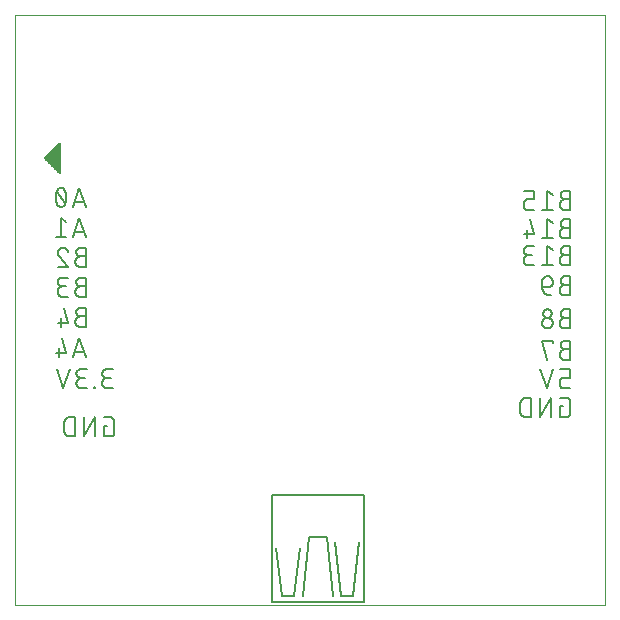
<source format=gbo>
G75*
%MOIN*%
%OFA0B0*%
%FSLAX25Y25*%
%IPPOS*%
%LPD*%
%AMOC8*
5,1,8,0,0,1.08239X$1,22.5*
%
%ADD10C,0.00000*%
%ADD11C,0.00600*%
%ADD12C,0.00500*%
D10*
X0002333Y0006548D02*
X0002333Y0203398D01*
X0199184Y0203398D01*
X0199184Y0006548D01*
X0002333Y0006548D01*
D11*
X0020627Y0062848D02*
X0022405Y0062848D01*
X0022405Y0069248D01*
X0020627Y0069248D01*
X0020545Y0069246D01*
X0020463Y0069240D01*
X0020381Y0069231D01*
X0020300Y0069218D01*
X0020220Y0069201D01*
X0020140Y0069180D01*
X0020062Y0069156D01*
X0019985Y0069128D01*
X0019909Y0069097D01*
X0019834Y0069062D01*
X0019762Y0069023D01*
X0019691Y0068982D01*
X0019622Y0068937D01*
X0019556Y0068889D01*
X0019491Y0068838D01*
X0019429Y0068784D01*
X0019370Y0068727D01*
X0019313Y0068668D01*
X0019259Y0068606D01*
X0019208Y0068541D01*
X0019160Y0068475D01*
X0019115Y0068406D01*
X0019074Y0068335D01*
X0019035Y0068263D01*
X0019000Y0068188D01*
X0018969Y0068112D01*
X0018941Y0068035D01*
X0018917Y0067957D01*
X0018896Y0067877D01*
X0018879Y0067797D01*
X0018866Y0067716D01*
X0018857Y0067634D01*
X0018851Y0067552D01*
X0018849Y0067470D01*
X0018849Y0064626D01*
X0018851Y0064544D01*
X0018857Y0064462D01*
X0018866Y0064380D01*
X0018879Y0064299D01*
X0018896Y0064219D01*
X0018917Y0064139D01*
X0018941Y0064061D01*
X0018969Y0063984D01*
X0019000Y0063908D01*
X0019035Y0063833D01*
X0019074Y0063761D01*
X0019115Y0063690D01*
X0019160Y0063621D01*
X0019208Y0063555D01*
X0019259Y0063490D01*
X0019313Y0063428D01*
X0019370Y0063369D01*
X0019429Y0063312D01*
X0019491Y0063258D01*
X0019556Y0063207D01*
X0019622Y0063159D01*
X0019691Y0063114D01*
X0019762Y0063073D01*
X0019834Y0063034D01*
X0019909Y0062999D01*
X0019985Y0062968D01*
X0020062Y0062940D01*
X0020140Y0062916D01*
X0020220Y0062895D01*
X0020300Y0062878D01*
X0020381Y0062865D01*
X0020463Y0062856D01*
X0020545Y0062850D01*
X0020627Y0062848D01*
X0025413Y0062848D02*
X0025413Y0069248D01*
X0028969Y0069248D02*
X0025413Y0062848D01*
X0028969Y0062848D02*
X0028969Y0069248D01*
X0031978Y0069248D02*
X0034111Y0069248D01*
X0034185Y0069246D01*
X0034260Y0069240D01*
X0034333Y0069230D01*
X0034407Y0069217D01*
X0034479Y0069200D01*
X0034550Y0069178D01*
X0034621Y0069154D01*
X0034689Y0069125D01*
X0034757Y0069093D01*
X0034822Y0069057D01*
X0034885Y0069019D01*
X0034947Y0068976D01*
X0035006Y0068931D01*
X0035063Y0068883D01*
X0035117Y0068832D01*
X0035168Y0068778D01*
X0035216Y0068721D01*
X0035261Y0068662D01*
X0035304Y0068600D01*
X0035342Y0068537D01*
X0035378Y0068472D01*
X0035410Y0068404D01*
X0035439Y0068336D01*
X0035463Y0068265D01*
X0035485Y0068194D01*
X0035502Y0068122D01*
X0035515Y0068048D01*
X0035525Y0067975D01*
X0035531Y0067900D01*
X0035533Y0067826D01*
X0035533Y0064270D01*
X0035531Y0064196D01*
X0035525Y0064121D01*
X0035515Y0064048D01*
X0035502Y0063974D01*
X0035485Y0063902D01*
X0035463Y0063831D01*
X0035439Y0063760D01*
X0035410Y0063692D01*
X0035378Y0063624D01*
X0035342Y0063559D01*
X0035304Y0063496D01*
X0035261Y0063434D01*
X0035216Y0063375D01*
X0035168Y0063318D01*
X0035117Y0063264D01*
X0035063Y0063213D01*
X0035006Y0063165D01*
X0034947Y0063120D01*
X0034885Y0063077D01*
X0034822Y0063039D01*
X0034757Y0063003D01*
X0034689Y0062971D01*
X0034621Y0062942D01*
X0034550Y0062918D01*
X0034479Y0062896D01*
X0034407Y0062879D01*
X0034333Y0062866D01*
X0034260Y0062856D01*
X0034185Y0062850D01*
X0034111Y0062848D01*
X0031978Y0062848D01*
X0031978Y0066404D01*
X0033044Y0066404D01*
X0033256Y0078848D02*
X0035033Y0078848D01*
X0033256Y0078848D02*
X0033173Y0078850D01*
X0033090Y0078856D01*
X0033007Y0078866D01*
X0032924Y0078879D01*
X0032843Y0078897D01*
X0032762Y0078918D01*
X0032683Y0078943D01*
X0032605Y0078972D01*
X0032528Y0079004D01*
X0032453Y0079040D01*
X0032379Y0079079D01*
X0032308Y0079122D01*
X0032238Y0079168D01*
X0032171Y0079218D01*
X0032106Y0079270D01*
X0032044Y0079325D01*
X0031984Y0079384D01*
X0031927Y0079445D01*
X0031873Y0079508D01*
X0031822Y0079574D01*
X0031775Y0079643D01*
X0031730Y0079713D01*
X0031689Y0079786D01*
X0031652Y0079860D01*
X0031617Y0079936D01*
X0031587Y0080014D01*
X0031560Y0080092D01*
X0031537Y0080173D01*
X0031517Y0080254D01*
X0031502Y0080336D01*
X0031490Y0080418D01*
X0031482Y0080501D01*
X0031478Y0080584D01*
X0031478Y0080668D01*
X0031482Y0080751D01*
X0031490Y0080834D01*
X0031502Y0080916D01*
X0031517Y0080998D01*
X0031537Y0081079D01*
X0031560Y0081160D01*
X0031587Y0081238D01*
X0031617Y0081316D01*
X0031652Y0081392D01*
X0031689Y0081466D01*
X0031730Y0081539D01*
X0031775Y0081609D01*
X0031822Y0081678D01*
X0031873Y0081744D01*
X0031927Y0081807D01*
X0031984Y0081868D01*
X0032044Y0081927D01*
X0032106Y0081982D01*
X0032171Y0082034D01*
X0032238Y0082084D01*
X0032308Y0082130D01*
X0032379Y0082173D01*
X0032453Y0082212D01*
X0032528Y0082248D01*
X0032605Y0082280D01*
X0032683Y0082309D01*
X0032762Y0082334D01*
X0032843Y0082355D01*
X0032924Y0082373D01*
X0033007Y0082386D01*
X0033090Y0082396D01*
X0033173Y0082402D01*
X0033256Y0082404D01*
X0032900Y0082404D02*
X0034322Y0082404D01*
X0032900Y0082404D02*
X0032826Y0082406D01*
X0032751Y0082412D01*
X0032678Y0082422D01*
X0032604Y0082435D01*
X0032532Y0082452D01*
X0032461Y0082474D01*
X0032390Y0082498D01*
X0032322Y0082527D01*
X0032254Y0082559D01*
X0032189Y0082595D01*
X0032126Y0082633D01*
X0032064Y0082676D01*
X0032005Y0082721D01*
X0031948Y0082769D01*
X0031894Y0082820D01*
X0031843Y0082874D01*
X0031795Y0082931D01*
X0031750Y0082990D01*
X0031707Y0083052D01*
X0031669Y0083115D01*
X0031633Y0083180D01*
X0031601Y0083248D01*
X0031572Y0083316D01*
X0031548Y0083387D01*
X0031526Y0083458D01*
X0031509Y0083530D01*
X0031496Y0083604D01*
X0031486Y0083677D01*
X0031480Y0083752D01*
X0031478Y0083826D01*
X0031480Y0083900D01*
X0031486Y0083975D01*
X0031496Y0084048D01*
X0031509Y0084122D01*
X0031526Y0084194D01*
X0031548Y0084265D01*
X0031572Y0084336D01*
X0031601Y0084404D01*
X0031633Y0084472D01*
X0031669Y0084537D01*
X0031707Y0084600D01*
X0031750Y0084662D01*
X0031795Y0084721D01*
X0031843Y0084778D01*
X0031894Y0084832D01*
X0031948Y0084883D01*
X0032005Y0084931D01*
X0032064Y0084976D01*
X0032126Y0085019D01*
X0032189Y0085057D01*
X0032254Y0085093D01*
X0032322Y0085125D01*
X0032390Y0085154D01*
X0032461Y0085178D01*
X0032532Y0085200D01*
X0032604Y0085217D01*
X0032678Y0085230D01*
X0032751Y0085240D01*
X0032826Y0085246D01*
X0032900Y0085248D01*
X0035033Y0085248D01*
X0029126Y0079204D02*
X0028770Y0079204D01*
X0028770Y0078848D01*
X0029126Y0078848D01*
X0029126Y0079204D01*
X0026418Y0078848D02*
X0024640Y0078848D01*
X0024557Y0078850D01*
X0024474Y0078856D01*
X0024391Y0078866D01*
X0024308Y0078879D01*
X0024227Y0078897D01*
X0024146Y0078918D01*
X0024067Y0078943D01*
X0023989Y0078972D01*
X0023912Y0079004D01*
X0023837Y0079040D01*
X0023763Y0079079D01*
X0023692Y0079122D01*
X0023622Y0079168D01*
X0023555Y0079218D01*
X0023490Y0079270D01*
X0023428Y0079325D01*
X0023368Y0079384D01*
X0023311Y0079445D01*
X0023257Y0079508D01*
X0023206Y0079574D01*
X0023159Y0079643D01*
X0023114Y0079713D01*
X0023073Y0079786D01*
X0023036Y0079860D01*
X0023001Y0079936D01*
X0022971Y0080014D01*
X0022944Y0080092D01*
X0022921Y0080173D01*
X0022901Y0080254D01*
X0022886Y0080336D01*
X0022874Y0080418D01*
X0022866Y0080501D01*
X0022862Y0080584D01*
X0022862Y0080668D01*
X0022866Y0080751D01*
X0022874Y0080834D01*
X0022886Y0080916D01*
X0022901Y0080998D01*
X0022921Y0081079D01*
X0022944Y0081160D01*
X0022971Y0081238D01*
X0023001Y0081316D01*
X0023036Y0081392D01*
X0023073Y0081466D01*
X0023114Y0081539D01*
X0023159Y0081609D01*
X0023206Y0081678D01*
X0023257Y0081744D01*
X0023311Y0081807D01*
X0023368Y0081868D01*
X0023428Y0081927D01*
X0023490Y0081982D01*
X0023555Y0082034D01*
X0023622Y0082084D01*
X0023692Y0082130D01*
X0023763Y0082173D01*
X0023837Y0082212D01*
X0023912Y0082248D01*
X0023989Y0082280D01*
X0024067Y0082309D01*
X0024146Y0082334D01*
X0024227Y0082355D01*
X0024308Y0082373D01*
X0024391Y0082386D01*
X0024474Y0082396D01*
X0024557Y0082402D01*
X0024640Y0082404D01*
X0024284Y0082404D02*
X0025707Y0082404D01*
X0024284Y0082404D02*
X0024210Y0082406D01*
X0024135Y0082412D01*
X0024062Y0082422D01*
X0023988Y0082435D01*
X0023916Y0082452D01*
X0023845Y0082474D01*
X0023774Y0082498D01*
X0023706Y0082527D01*
X0023638Y0082559D01*
X0023573Y0082595D01*
X0023510Y0082633D01*
X0023448Y0082676D01*
X0023389Y0082721D01*
X0023332Y0082769D01*
X0023278Y0082820D01*
X0023227Y0082874D01*
X0023179Y0082931D01*
X0023134Y0082990D01*
X0023091Y0083052D01*
X0023053Y0083115D01*
X0023017Y0083180D01*
X0022985Y0083248D01*
X0022956Y0083316D01*
X0022932Y0083387D01*
X0022910Y0083458D01*
X0022893Y0083530D01*
X0022880Y0083604D01*
X0022870Y0083677D01*
X0022864Y0083752D01*
X0022862Y0083826D01*
X0022864Y0083900D01*
X0022870Y0083975D01*
X0022880Y0084048D01*
X0022893Y0084122D01*
X0022910Y0084194D01*
X0022932Y0084265D01*
X0022956Y0084336D01*
X0022985Y0084404D01*
X0023017Y0084472D01*
X0023053Y0084537D01*
X0023091Y0084600D01*
X0023134Y0084662D01*
X0023179Y0084721D01*
X0023227Y0084778D01*
X0023278Y0084832D01*
X0023332Y0084883D01*
X0023389Y0084931D01*
X0023448Y0084976D01*
X0023510Y0085019D01*
X0023573Y0085057D01*
X0023638Y0085093D01*
X0023706Y0085125D01*
X0023774Y0085154D01*
X0023845Y0085178D01*
X0023916Y0085200D01*
X0023988Y0085217D01*
X0024062Y0085230D01*
X0024135Y0085240D01*
X0024210Y0085246D01*
X0024284Y0085248D01*
X0026418Y0085248D01*
X0026033Y0089348D02*
X0023900Y0095748D01*
X0021767Y0089348D01*
X0022300Y0090948D02*
X0025500Y0090948D01*
X0019524Y0090770D02*
X0015968Y0090770D01*
X0017035Y0092192D02*
X0017035Y0089348D01*
X0019524Y0090770D02*
X0018102Y0095748D01*
X0017679Y0099348D02*
X0017679Y0102192D01*
X0016612Y0100770D02*
X0020167Y0100770D01*
X0018745Y0105748D01*
X0018390Y0109348D02*
X0020167Y0109348D01*
X0018390Y0109348D02*
X0018307Y0109350D01*
X0018224Y0109356D01*
X0018141Y0109366D01*
X0018058Y0109379D01*
X0017977Y0109397D01*
X0017896Y0109418D01*
X0017817Y0109443D01*
X0017739Y0109472D01*
X0017662Y0109504D01*
X0017587Y0109540D01*
X0017513Y0109579D01*
X0017442Y0109622D01*
X0017372Y0109668D01*
X0017305Y0109718D01*
X0017240Y0109770D01*
X0017178Y0109825D01*
X0017118Y0109884D01*
X0017061Y0109945D01*
X0017007Y0110008D01*
X0016956Y0110074D01*
X0016909Y0110143D01*
X0016864Y0110213D01*
X0016823Y0110286D01*
X0016786Y0110360D01*
X0016751Y0110436D01*
X0016721Y0110514D01*
X0016694Y0110592D01*
X0016671Y0110673D01*
X0016651Y0110754D01*
X0016636Y0110836D01*
X0016624Y0110918D01*
X0016616Y0111001D01*
X0016612Y0111084D01*
X0016612Y0111168D01*
X0016616Y0111251D01*
X0016624Y0111334D01*
X0016636Y0111416D01*
X0016651Y0111498D01*
X0016671Y0111579D01*
X0016694Y0111660D01*
X0016721Y0111738D01*
X0016751Y0111816D01*
X0016786Y0111892D01*
X0016823Y0111966D01*
X0016864Y0112039D01*
X0016909Y0112109D01*
X0016956Y0112178D01*
X0017007Y0112244D01*
X0017061Y0112307D01*
X0017118Y0112368D01*
X0017178Y0112427D01*
X0017240Y0112482D01*
X0017305Y0112534D01*
X0017372Y0112584D01*
X0017442Y0112630D01*
X0017513Y0112673D01*
X0017587Y0112712D01*
X0017662Y0112748D01*
X0017739Y0112780D01*
X0017817Y0112809D01*
X0017896Y0112834D01*
X0017977Y0112855D01*
X0018058Y0112873D01*
X0018141Y0112886D01*
X0018224Y0112896D01*
X0018307Y0112902D01*
X0018390Y0112904D01*
X0018034Y0112904D02*
X0019456Y0112904D01*
X0018034Y0112904D02*
X0017960Y0112906D01*
X0017885Y0112912D01*
X0017812Y0112922D01*
X0017738Y0112935D01*
X0017666Y0112952D01*
X0017595Y0112974D01*
X0017524Y0112998D01*
X0017456Y0113027D01*
X0017388Y0113059D01*
X0017323Y0113095D01*
X0017260Y0113133D01*
X0017198Y0113176D01*
X0017139Y0113221D01*
X0017082Y0113269D01*
X0017028Y0113320D01*
X0016977Y0113374D01*
X0016929Y0113431D01*
X0016884Y0113490D01*
X0016841Y0113552D01*
X0016803Y0113615D01*
X0016767Y0113680D01*
X0016735Y0113748D01*
X0016706Y0113816D01*
X0016682Y0113887D01*
X0016660Y0113958D01*
X0016643Y0114030D01*
X0016630Y0114104D01*
X0016620Y0114177D01*
X0016614Y0114252D01*
X0016612Y0114326D01*
X0016614Y0114400D01*
X0016620Y0114475D01*
X0016630Y0114548D01*
X0016643Y0114622D01*
X0016660Y0114694D01*
X0016682Y0114765D01*
X0016706Y0114836D01*
X0016735Y0114904D01*
X0016767Y0114972D01*
X0016803Y0115037D01*
X0016841Y0115100D01*
X0016884Y0115162D01*
X0016929Y0115221D01*
X0016977Y0115278D01*
X0017028Y0115332D01*
X0017082Y0115383D01*
X0017139Y0115431D01*
X0017198Y0115476D01*
X0017260Y0115519D01*
X0017323Y0115557D01*
X0017388Y0115593D01*
X0017456Y0115625D01*
X0017524Y0115654D01*
X0017595Y0115678D01*
X0017666Y0115700D01*
X0017738Y0115717D01*
X0017812Y0115730D01*
X0017885Y0115740D01*
X0017960Y0115746D01*
X0018034Y0115748D01*
X0020167Y0115748D01*
X0020167Y0119348D02*
X0016612Y0119348D01*
X0020167Y0119348D02*
X0017145Y0122904D01*
X0018212Y0125748D02*
X0018301Y0125746D01*
X0018390Y0125740D01*
X0018479Y0125731D01*
X0018567Y0125717D01*
X0018654Y0125700D01*
X0018741Y0125679D01*
X0018827Y0125654D01*
X0018911Y0125626D01*
X0018994Y0125593D01*
X0019076Y0125558D01*
X0019156Y0125518D01*
X0019234Y0125476D01*
X0019311Y0125430D01*
X0019385Y0125381D01*
X0019457Y0125328D01*
X0019527Y0125273D01*
X0019594Y0125214D01*
X0019659Y0125153D01*
X0019721Y0125089D01*
X0019780Y0125022D01*
X0019836Y0124953D01*
X0019889Y0124881D01*
X0019939Y0124807D01*
X0019986Y0124731D01*
X0020029Y0124654D01*
X0020069Y0124574D01*
X0020106Y0124492D01*
X0020139Y0124410D01*
X0020168Y0124325D01*
X0017144Y0122903D02*
X0017087Y0122961D01*
X0017031Y0123022D01*
X0016979Y0123085D01*
X0016930Y0123150D01*
X0016884Y0123218D01*
X0016842Y0123288D01*
X0016802Y0123360D01*
X0016767Y0123433D01*
X0016734Y0123509D01*
X0016706Y0123585D01*
X0016681Y0123663D01*
X0016660Y0123742D01*
X0016642Y0123822D01*
X0016629Y0123903D01*
X0016619Y0123984D01*
X0016613Y0124066D01*
X0016611Y0124148D01*
X0016612Y0124148D02*
X0016614Y0124227D01*
X0016620Y0124305D01*
X0016629Y0124383D01*
X0016643Y0124460D01*
X0016660Y0124537D01*
X0016681Y0124612D01*
X0016706Y0124687D01*
X0016734Y0124760D01*
X0016766Y0124832D01*
X0016801Y0124902D01*
X0016840Y0124971D01*
X0016882Y0125037D01*
X0016927Y0125101D01*
X0016975Y0125163D01*
X0017026Y0125222D01*
X0017081Y0125279D01*
X0017138Y0125334D01*
X0017197Y0125385D01*
X0017259Y0125433D01*
X0017323Y0125478D01*
X0017389Y0125520D01*
X0017458Y0125559D01*
X0017528Y0125594D01*
X0017600Y0125626D01*
X0017673Y0125654D01*
X0017748Y0125679D01*
X0017823Y0125700D01*
X0017900Y0125717D01*
X0017977Y0125731D01*
X0018055Y0125740D01*
X0018133Y0125746D01*
X0018212Y0125748D01*
X0017746Y0129348D02*
X0017746Y0135748D01*
X0019524Y0134326D01*
X0022300Y0130948D02*
X0025500Y0130948D01*
X0026033Y0129348D02*
X0023900Y0135748D01*
X0021767Y0129348D01*
X0019524Y0129348D02*
X0015968Y0129348D01*
X0024256Y0125748D02*
X0026033Y0125748D01*
X0026033Y0119348D01*
X0024256Y0119348D01*
X0024173Y0119350D01*
X0024090Y0119356D01*
X0024007Y0119366D01*
X0023924Y0119379D01*
X0023843Y0119397D01*
X0023762Y0119418D01*
X0023683Y0119443D01*
X0023605Y0119472D01*
X0023528Y0119504D01*
X0023453Y0119540D01*
X0023379Y0119579D01*
X0023308Y0119622D01*
X0023238Y0119668D01*
X0023171Y0119718D01*
X0023106Y0119770D01*
X0023044Y0119825D01*
X0022984Y0119884D01*
X0022927Y0119945D01*
X0022873Y0120008D01*
X0022822Y0120074D01*
X0022775Y0120143D01*
X0022730Y0120213D01*
X0022689Y0120286D01*
X0022652Y0120360D01*
X0022617Y0120436D01*
X0022587Y0120514D01*
X0022560Y0120592D01*
X0022537Y0120673D01*
X0022517Y0120754D01*
X0022502Y0120836D01*
X0022490Y0120918D01*
X0022482Y0121001D01*
X0022478Y0121084D01*
X0022478Y0121168D01*
X0022482Y0121251D01*
X0022490Y0121334D01*
X0022502Y0121416D01*
X0022517Y0121498D01*
X0022537Y0121579D01*
X0022560Y0121660D01*
X0022587Y0121738D01*
X0022617Y0121816D01*
X0022652Y0121892D01*
X0022689Y0121966D01*
X0022730Y0122039D01*
X0022775Y0122109D01*
X0022822Y0122178D01*
X0022873Y0122244D01*
X0022927Y0122307D01*
X0022984Y0122368D01*
X0023044Y0122427D01*
X0023106Y0122482D01*
X0023171Y0122534D01*
X0023238Y0122584D01*
X0023308Y0122630D01*
X0023379Y0122673D01*
X0023453Y0122712D01*
X0023528Y0122748D01*
X0023605Y0122780D01*
X0023683Y0122809D01*
X0023762Y0122834D01*
X0023843Y0122855D01*
X0023924Y0122873D01*
X0024007Y0122886D01*
X0024090Y0122896D01*
X0024173Y0122902D01*
X0024256Y0122904D01*
X0026033Y0122904D01*
X0024256Y0122904D02*
X0024182Y0122906D01*
X0024107Y0122912D01*
X0024034Y0122922D01*
X0023960Y0122935D01*
X0023888Y0122952D01*
X0023817Y0122974D01*
X0023746Y0122998D01*
X0023678Y0123027D01*
X0023610Y0123059D01*
X0023545Y0123095D01*
X0023482Y0123133D01*
X0023420Y0123176D01*
X0023361Y0123221D01*
X0023304Y0123269D01*
X0023250Y0123320D01*
X0023199Y0123374D01*
X0023151Y0123431D01*
X0023106Y0123490D01*
X0023063Y0123552D01*
X0023025Y0123615D01*
X0022989Y0123680D01*
X0022957Y0123748D01*
X0022928Y0123816D01*
X0022904Y0123887D01*
X0022882Y0123958D01*
X0022865Y0124030D01*
X0022852Y0124104D01*
X0022842Y0124177D01*
X0022836Y0124252D01*
X0022834Y0124326D01*
X0022836Y0124400D01*
X0022842Y0124475D01*
X0022852Y0124548D01*
X0022865Y0124622D01*
X0022882Y0124694D01*
X0022904Y0124765D01*
X0022928Y0124836D01*
X0022957Y0124904D01*
X0022989Y0124972D01*
X0023025Y0125037D01*
X0023063Y0125100D01*
X0023106Y0125162D01*
X0023151Y0125221D01*
X0023199Y0125278D01*
X0023250Y0125332D01*
X0023304Y0125383D01*
X0023361Y0125431D01*
X0023420Y0125476D01*
X0023482Y0125519D01*
X0023545Y0125557D01*
X0023610Y0125593D01*
X0023678Y0125625D01*
X0023746Y0125654D01*
X0023817Y0125678D01*
X0023888Y0125700D01*
X0023960Y0125717D01*
X0024034Y0125730D01*
X0024107Y0125740D01*
X0024182Y0125746D01*
X0024256Y0125748D01*
X0024256Y0115748D02*
X0026033Y0115748D01*
X0026033Y0109348D01*
X0024256Y0109348D01*
X0024173Y0109350D01*
X0024090Y0109356D01*
X0024007Y0109366D01*
X0023924Y0109379D01*
X0023843Y0109397D01*
X0023762Y0109418D01*
X0023683Y0109443D01*
X0023605Y0109472D01*
X0023528Y0109504D01*
X0023453Y0109540D01*
X0023379Y0109579D01*
X0023308Y0109622D01*
X0023238Y0109668D01*
X0023171Y0109718D01*
X0023106Y0109770D01*
X0023044Y0109825D01*
X0022984Y0109884D01*
X0022927Y0109945D01*
X0022873Y0110008D01*
X0022822Y0110074D01*
X0022775Y0110143D01*
X0022730Y0110213D01*
X0022689Y0110286D01*
X0022652Y0110360D01*
X0022617Y0110436D01*
X0022587Y0110514D01*
X0022560Y0110592D01*
X0022537Y0110673D01*
X0022517Y0110754D01*
X0022502Y0110836D01*
X0022490Y0110918D01*
X0022482Y0111001D01*
X0022478Y0111084D01*
X0022478Y0111168D01*
X0022482Y0111251D01*
X0022490Y0111334D01*
X0022502Y0111416D01*
X0022517Y0111498D01*
X0022537Y0111579D01*
X0022560Y0111660D01*
X0022587Y0111738D01*
X0022617Y0111816D01*
X0022652Y0111892D01*
X0022689Y0111966D01*
X0022730Y0112039D01*
X0022775Y0112109D01*
X0022822Y0112178D01*
X0022873Y0112244D01*
X0022927Y0112307D01*
X0022984Y0112368D01*
X0023044Y0112427D01*
X0023106Y0112482D01*
X0023171Y0112534D01*
X0023238Y0112584D01*
X0023308Y0112630D01*
X0023379Y0112673D01*
X0023453Y0112712D01*
X0023528Y0112748D01*
X0023605Y0112780D01*
X0023683Y0112809D01*
X0023762Y0112834D01*
X0023843Y0112855D01*
X0023924Y0112873D01*
X0024007Y0112886D01*
X0024090Y0112896D01*
X0024173Y0112902D01*
X0024256Y0112904D01*
X0026033Y0112904D01*
X0024256Y0112904D02*
X0024182Y0112906D01*
X0024107Y0112912D01*
X0024034Y0112922D01*
X0023960Y0112935D01*
X0023888Y0112952D01*
X0023817Y0112974D01*
X0023746Y0112998D01*
X0023678Y0113027D01*
X0023610Y0113059D01*
X0023545Y0113095D01*
X0023482Y0113133D01*
X0023420Y0113176D01*
X0023361Y0113221D01*
X0023304Y0113269D01*
X0023250Y0113320D01*
X0023199Y0113374D01*
X0023151Y0113431D01*
X0023106Y0113490D01*
X0023063Y0113552D01*
X0023025Y0113615D01*
X0022989Y0113680D01*
X0022957Y0113748D01*
X0022928Y0113816D01*
X0022904Y0113887D01*
X0022882Y0113958D01*
X0022865Y0114030D01*
X0022852Y0114104D01*
X0022842Y0114177D01*
X0022836Y0114252D01*
X0022834Y0114326D01*
X0022836Y0114400D01*
X0022842Y0114475D01*
X0022852Y0114548D01*
X0022865Y0114622D01*
X0022882Y0114694D01*
X0022904Y0114765D01*
X0022928Y0114836D01*
X0022957Y0114904D01*
X0022989Y0114972D01*
X0023025Y0115037D01*
X0023063Y0115100D01*
X0023106Y0115162D01*
X0023151Y0115221D01*
X0023199Y0115278D01*
X0023250Y0115332D01*
X0023304Y0115383D01*
X0023361Y0115431D01*
X0023420Y0115476D01*
X0023482Y0115519D01*
X0023545Y0115557D01*
X0023610Y0115593D01*
X0023678Y0115625D01*
X0023746Y0115654D01*
X0023817Y0115678D01*
X0023888Y0115700D01*
X0023960Y0115717D01*
X0024034Y0115730D01*
X0024107Y0115740D01*
X0024182Y0115746D01*
X0024256Y0115748D01*
X0024256Y0105748D02*
X0026033Y0105748D01*
X0026033Y0099348D01*
X0024256Y0099348D01*
X0024173Y0099350D01*
X0024090Y0099356D01*
X0024007Y0099366D01*
X0023924Y0099379D01*
X0023843Y0099397D01*
X0023762Y0099418D01*
X0023683Y0099443D01*
X0023605Y0099472D01*
X0023528Y0099504D01*
X0023453Y0099540D01*
X0023379Y0099579D01*
X0023308Y0099622D01*
X0023238Y0099668D01*
X0023171Y0099718D01*
X0023106Y0099770D01*
X0023044Y0099825D01*
X0022984Y0099884D01*
X0022927Y0099945D01*
X0022873Y0100008D01*
X0022822Y0100074D01*
X0022775Y0100143D01*
X0022730Y0100213D01*
X0022689Y0100286D01*
X0022652Y0100360D01*
X0022617Y0100436D01*
X0022587Y0100514D01*
X0022560Y0100592D01*
X0022537Y0100673D01*
X0022517Y0100754D01*
X0022502Y0100836D01*
X0022490Y0100918D01*
X0022482Y0101001D01*
X0022478Y0101084D01*
X0022478Y0101168D01*
X0022482Y0101251D01*
X0022490Y0101334D01*
X0022502Y0101416D01*
X0022517Y0101498D01*
X0022537Y0101579D01*
X0022560Y0101660D01*
X0022587Y0101738D01*
X0022617Y0101816D01*
X0022652Y0101892D01*
X0022689Y0101966D01*
X0022730Y0102039D01*
X0022775Y0102109D01*
X0022822Y0102178D01*
X0022873Y0102244D01*
X0022927Y0102307D01*
X0022984Y0102368D01*
X0023044Y0102427D01*
X0023106Y0102482D01*
X0023171Y0102534D01*
X0023238Y0102584D01*
X0023308Y0102630D01*
X0023379Y0102673D01*
X0023453Y0102712D01*
X0023528Y0102748D01*
X0023605Y0102780D01*
X0023683Y0102809D01*
X0023762Y0102834D01*
X0023843Y0102855D01*
X0023924Y0102873D01*
X0024007Y0102886D01*
X0024090Y0102896D01*
X0024173Y0102902D01*
X0024256Y0102904D01*
X0026033Y0102904D01*
X0024256Y0102904D02*
X0024182Y0102906D01*
X0024107Y0102912D01*
X0024034Y0102922D01*
X0023960Y0102935D01*
X0023888Y0102952D01*
X0023817Y0102974D01*
X0023746Y0102998D01*
X0023678Y0103027D01*
X0023610Y0103059D01*
X0023545Y0103095D01*
X0023482Y0103133D01*
X0023420Y0103176D01*
X0023361Y0103221D01*
X0023304Y0103269D01*
X0023250Y0103320D01*
X0023199Y0103374D01*
X0023151Y0103431D01*
X0023106Y0103490D01*
X0023063Y0103552D01*
X0023025Y0103615D01*
X0022989Y0103680D01*
X0022957Y0103748D01*
X0022928Y0103816D01*
X0022904Y0103887D01*
X0022882Y0103958D01*
X0022865Y0104030D01*
X0022852Y0104104D01*
X0022842Y0104177D01*
X0022836Y0104252D01*
X0022834Y0104326D01*
X0022836Y0104400D01*
X0022842Y0104475D01*
X0022852Y0104548D01*
X0022865Y0104622D01*
X0022882Y0104694D01*
X0022904Y0104765D01*
X0022928Y0104836D01*
X0022957Y0104904D01*
X0022989Y0104972D01*
X0023025Y0105037D01*
X0023063Y0105100D01*
X0023106Y0105162D01*
X0023151Y0105221D01*
X0023199Y0105278D01*
X0023250Y0105332D01*
X0023304Y0105383D01*
X0023361Y0105431D01*
X0023420Y0105476D01*
X0023482Y0105519D01*
X0023545Y0105557D01*
X0023610Y0105593D01*
X0023678Y0105625D01*
X0023746Y0105654D01*
X0023817Y0105678D01*
X0023888Y0105700D01*
X0023960Y0105717D01*
X0024034Y0105730D01*
X0024107Y0105740D01*
X0024182Y0105746D01*
X0024256Y0105748D01*
X0020619Y0085248D02*
X0018486Y0078848D01*
X0016353Y0085248D01*
X0021767Y0139348D02*
X0023900Y0145748D01*
X0026033Y0139348D01*
X0025500Y0140948D02*
X0022300Y0140948D01*
X0016501Y0140237D02*
X0016441Y0140364D01*
X0016385Y0140493D01*
X0016332Y0140623D01*
X0016282Y0140755D01*
X0016236Y0140888D01*
X0016194Y0141022D01*
X0016155Y0141157D01*
X0016119Y0141294D01*
X0016088Y0141431D01*
X0016060Y0141569D01*
X0016035Y0141707D01*
X0016015Y0141846D01*
X0015998Y0141986D01*
X0015985Y0142126D01*
X0015976Y0142267D01*
X0015970Y0142407D01*
X0015968Y0142548D01*
X0019524Y0142548D02*
X0019522Y0142689D01*
X0019516Y0142829D01*
X0019507Y0142970D01*
X0019494Y0143110D01*
X0019477Y0143250D01*
X0019457Y0143389D01*
X0019432Y0143527D01*
X0019404Y0143665D01*
X0019373Y0143802D01*
X0019337Y0143939D01*
X0019298Y0144074D01*
X0019256Y0144208D01*
X0019210Y0144341D01*
X0019160Y0144473D01*
X0019107Y0144603D01*
X0019051Y0144732D01*
X0018991Y0144859D01*
X0018966Y0144925D01*
X0018938Y0144990D01*
X0018906Y0145054D01*
X0018871Y0145115D01*
X0018832Y0145175D01*
X0018791Y0145233D01*
X0018746Y0145288D01*
X0018698Y0145340D01*
X0018648Y0145390D01*
X0018595Y0145438D01*
X0018540Y0145482D01*
X0018482Y0145523D01*
X0018422Y0145561D01*
X0018360Y0145596D01*
X0018296Y0145627D01*
X0018231Y0145655D01*
X0018164Y0145680D01*
X0018097Y0145700D01*
X0018028Y0145717D01*
X0017958Y0145731D01*
X0017888Y0145740D01*
X0017817Y0145746D01*
X0017746Y0145748D01*
X0017675Y0145746D01*
X0017604Y0145740D01*
X0017534Y0145731D01*
X0017464Y0145717D01*
X0017395Y0145700D01*
X0017328Y0145680D01*
X0017261Y0145655D01*
X0017196Y0145627D01*
X0017132Y0145596D01*
X0017070Y0145561D01*
X0017010Y0145523D01*
X0016953Y0145482D01*
X0016897Y0145438D01*
X0016844Y0145390D01*
X0016794Y0145340D01*
X0016746Y0145288D01*
X0016701Y0145233D01*
X0016660Y0145175D01*
X0016621Y0145115D01*
X0016586Y0145054D01*
X0016554Y0144990D01*
X0016526Y0144925D01*
X0016501Y0144859D01*
X0016324Y0144326D02*
X0019168Y0140770D01*
X0017746Y0139348D02*
X0017675Y0139350D01*
X0017604Y0139356D01*
X0017534Y0139365D01*
X0017464Y0139379D01*
X0017395Y0139396D01*
X0017328Y0139416D01*
X0017261Y0139441D01*
X0017196Y0139469D01*
X0017132Y0139500D01*
X0017070Y0139535D01*
X0017010Y0139573D01*
X0016953Y0139614D01*
X0016897Y0139658D01*
X0016844Y0139706D01*
X0016794Y0139756D01*
X0016746Y0139808D01*
X0016701Y0139863D01*
X0016660Y0139921D01*
X0016621Y0139981D01*
X0016586Y0140042D01*
X0016554Y0140106D01*
X0016526Y0140171D01*
X0016501Y0140237D01*
X0017746Y0139348D02*
X0017817Y0139350D01*
X0017888Y0139356D01*
X0017958Y0139365D01*
X0018028Y0139379D01*
X0018097Y0139396D01*
X0018164Y0139416D01*
X0018231Y0139441D01*
X0018296Y0139469D01*
X0018360Y0139500D01*
X0018422Y0139535D01*
X0018482Y0139573D01*
X0018540Y0139614D01*
X0018595Y0139658D01*
X0018648Y0139706D01*
X0018698Y0139756D01*
X0018746Y0139808D01*
X0018791Y0139863D01*
X0018832Y0139921D01*
X0018871Y0139981D01*
X0018906Y0140042D01*
X0018938Y0140106D01*
X0018966Y0140171D01*
X0018991Y0140237D01*
X0015968Y0142548D02*
X0015970Y0142689D01*
X0015976Y0142829D01*
X0015985Y0142970D01*
X0015998Y0143110D01*
X0016015Y0143250D01*
X0016035Y0143389D01*
X0016060Y0143527D01*
X0016088Y0143665D01*
X0016119Y0143802D01*
X0016155Y0143939D01*
X0016194Y0144074D01*
X0016236Y0144208D01*
X0016282Y0144341D01*
X0016332Y0144473D01*
X0016385Y0144603D01*
X0016441Y0144732D01*
X0016501Y0144859D01*
X0019524Y0142548D02*
X0019522Y0142407D01*
X0019516Y0142267D01*
X0019507Y0142126D01*
X0019494Y0141986D01*
X0019477Y0141846D01*
X0019457Y0141707D01*
X0019432Y0141569D01*
X0019404Y0141431D01*
X0019373Y0141294D01*
X0019337Y0141157D01*
X0019298Y0141022D01*
X0019256Y0140888D01*
X0019210Y0140755D01*
X0019160Y0140623D01*
X0019107Y0140493D01*
X0019051Y0140364D01*
X0018991Y0140237D01*
X0171958Y0139770D02*
X0171958Y0140481D01*
X0171960Y0140555D01*
X0171966Y0140630D01*
X0171976Y0140703D01*
X0171989Y0140777D01*
X0172006Y0140849D01*
X0172028Y0140920D01*
X0172052Y0140991D01*
X0172081Y0141059D01*
X0172113Y0141127D01*
X0172149Y0141192D01*
X0172187Y0141255D01*
X0172230Y0141317D01*
X0172275Y0141376D01*
X0172323Y0141433D01*
X0172374Y0141487D01*
X0172428Y0141538D01*
X0172485Y0141586D01*
X0172544Y0141631D01*
X0172606Y0141674D01*
X0172669Y0141712D01*
X0172734Y0141748D01*
X0172802Y0141780D01*
X0172870Y0141809D01*
X0172941Y0141833D01*
X0173012Y0141855D01*
X0173084Y0141872D01*
X0173158Y0141885D01*
X0173231Y0141895D01*
X0173306Y0141901D01*
X0173380Y0141903D01*
X0173380Y0141904D02*
X0175513Y0141904D01*
X0175513Y0144748D01*
X0171958Y0144748D01*
X0171958Y0139770D02*
X0171960Y0139696D01*
X0171966Y0139621D01*
X0171976Y0139548D01*
X0171989Y0139474D01*
X0172006Y0139402D01*
X0172028Y0139331D01*
X0172052Y0139260D01*
X0172081Y0139192D01*
X0172113Y0139124D01*
X0172149Y0139059D01*
X0172187Y0138996D01*
X0172230Y0138934D01*
X0172275Y0138875D01*
X0172323Y0138818D01*
X0172374Y0138764D01*
X0172428Y0138713D01*
X0172485Y0138665D01*
X0172544Y0138620D01*
X0172606Y0138577D01*
X0172669Y0138539D01*
X0172734Y0138503D01*
X0172802Y0138471D01*
X0172870Y0138442D01*
X0172941Y0138418D01*
X0173012Y0138396D01*
X0173084Y0138379D01*
X0173158Y0138366D01*
X0173231Y0138356D01*
X0173306Y0138350D01*
X0173380Y0138348D01*
X0175513Y0138348D01*
X0178112Y0138348D02*
X0181667Y0138348D01*
X0179890Y0138348D02*
X0179890Y0144748D01*
X0181667Y0143326D01*
X0185756Y0144748D02*
X0185682Y0144746D01*
X0185607Y0144740D01*
X0185534Y0144730D01*
X0185460Y0144717D01*
X0185388Y0144700D01*
X0185317Y0144678D01*
X0185246Y0144654D01*
X0185178Y0144625D01*
X0185110Y0144593D01*
X0185045Y0144557D01*
X0184982Y0144519D01*
X0184920Y0144476D01*
X0184861Y0144431D01*
X0184804Y0144383D01*
X0184750Y0144332D01*
X0184699Y0144278D01*
X0184651Y0144221D01*
X0184606Y0144162D01*
X0184563Y0144100D01*
X0184525Y0144037D01*
X0184489Y0143972D01*
X0184457Y0143904D01*
X0184428Y0143836D01*
X0184404Y0143765D01*
X0184382Y0143694D01*
X0184365Y0143622D01*
X0184352Y0143548D01*
X0184342Y0143475D01*
X0184336Y0143400D01*
X0184334Y0143326D01*
X0184336Y0143252D01*
X0184342Y0143177D01*
X0184352Y0143104D01*
X0184365Y0143030D01*
X0184382Y0142958D01*
X0184404Y0142887D01*
X0184428Y0142816D01*
X0184457Y0142748D01*
X0184489Y0142680D01*
X0184525Y0142615D01*
X0184563Y0142552D01*
X0184606Y0142490D01*
X0184651Y0142431D01*
X0184699Y0142374D01*
X0184750Y0142320D01*
X0184804Y0142269D01*
X0184861Y0142221D01*
X0184920Y0142176D01*
X0184982Y0142133D01*
X0185045Y0142095D01*
X0185110Y0142059D01*
X0185178Y0142027D01*
X0185246Y0141998D01*
X0185317Y0141974D01*
X0185388Y0141952D01*
X0185460Y0141935D01*
X0185534Y0141922D01*
X0185607Y0141912D01*
X0185682Y0141906D01*
X0185756Y0141904D01*
X0187533Y0141904D01*
X0185756Y0141904D02*
X0185673Y0141902D01*
X0185590Y0141896D01*
X0185507Y0141886D01*
X0185424Y0141873D01*
X0185343Y0141855D01*
X0185262Y0141834D01*
X0185183Y0141809D01*
X0185105Y0141780D01*
X0185028Y0141748D01*
X0184953Y0141712D01*
X0184879Y0141673D01*
X0184808Y0141630D01*
X0184738Y0141584D01*
X0184671Y0141534D01*
X0184606Y0141482D01*
X0184544Y0141427D01*
X0184484Y0141368D01*
X0184427Y0141307D01*
X0184373Y0141244D01*
X0184322Y0141178D01*
X0184275Y0141109D01*
X0184230Y0141039D01*
X0184189Y0140966D01*
X0184152Y0140892D01*
X0184117Y0140816D01*
X0184087Y0140738D01*
X0184060Y0140660D01*
X0184037Y0140579D01*
X0184017Y0140498D01*
X0184002Y0140416D01*
X0183990Y0140334D01*
X0183982Y0140251D01*
X0183978Y0140168D01*
X0183978Y0140084D01*
X0183982Y0140001D01*
X0183990Y0139918D01*
X0184002Y0139836D01*
X0184017Y0139754D01*
X0184037Y0139673D01*
X0184060Y0139592D01*
X0184087Y0139514D01*
X0184117Y0139436D01*
X0184152Y0139360D01*
X0184189Y0139286D01*
X0184230Y0139213D01*
X0184275Y0139143D01*
X0184322Y0139074D01*
X0184373Y0139008D01*
X0184427Y0138945D01*
X0184484Y0138884D01*
X0184544Y0138825D01*
X0184606Y0138770D01*
X0184671Y0138718D01*
X0184738Y0138668D01*
X0184808Y0138622D01*
X0184879Y0138579D01*
X0184953Y0138540D01*
X0185028Y0138504D01*
X0185105Y0138472D01*
X0185183Y0138443D01*
X0185262Y0138418D01*
X0185343Y0138397D01*
X0185424Y0138379D01*
X0185507Y0138366D01*
X0185590Y0138356D01*
X0185673Y0138350D01*
X0185756Y0138348D01*
X0187533Y0138348D01*
X0187533Y0144748D01*
X0185756Y0144748D01*
X0185756Y0135248D02*
X0187533Y0135248D01*
X0187533Y0128848D01*
X0185756Y0128848D01*
X0185673Y0128850D01*
X0185590Y0128856D01*
X0185507Y0128866D01*
X0185424Y0128879D01*
X0185343Y0128897D01*
X0185262Y0128918D01*
X0185183Y0128943D01*
X0185105Y0128972D01*
X0185028Y0129004D01*
X0184953Y0129040D01*
X0184879Y0129079D01*
X0184808Y0129122D01*
X0184738Y0129168D01*
X0184671Y0129218D01*
X0184606Y0129270D01*
X0184544Y0129325D01*
X0184484Y0129384D01*
X0184427Y0129445D01*
X0184373Y0129508D01*
X0184322Y0129574D01*
X0184275Y0129643D01*
X0184230Y0129713D01*
X0184189Y0129786D01*
X0184152Y0129860D01*
X0184117Y0129936D01*
X0184087Y0130014D01*
X0184060Y0130092D01*
X0184037Y0130173D01*
X0184017Y0130254D01*
X0184002Y0130336D01*
X0183990Y0130418D01*
X0183982Y0130501D01*
X0183978Y0130584D01*
X0183978Y0130668D01*
X0183982Y0130751D01*
X0183990Y0130834D01*
X0184002Y0130916D01*
X0184017Y0130998D01*
X0184037Y0131079D01*
X0184060Y0131160D01*
X0184087Y0131238D01*
X0184117Y0131316D01*
X0184152Y0131392D01*
X0184189Y0131466D01*
X0184230Y0131539D01*
X0184275Y0131609D01*
X0184322Y0131678D01*
X0184373Y0131744D01*
X0184427Y0131807D01*
X0184484Y0131868D01*
X0184544Y0131927D01*
X0184606Y0131982D01*
X0184671Y0132034D01*
X0184738Y0132084D01*
X0184808Y0132130D01*
X0184879Y0132173D01*
X0184953Y0132212D01*
X0185028Y0132248D01*
X0185105Y0132280D01*
X0185183Y0132309D01*
X0185262Y0132334D01*
X0185343Y0132355D01*
X0185424Y0132373D01*
X0185507Y0132386D01*
X0185590Y0132396D01*
X0185673Y0132402D01*
X0185756Y0132404D01*
X0187533Y0132404D01*
X0185756Y0132404D02*
X0185682Y0132406D01*
X0185607Y0132412D01*
X0185534Y0132422D01*
X0185460Y0132435D01*
X0185388Y0132452D01*
X0185317Y0132474D01*
X0185246Y0132498D01*
X0185178Y0132527D01*
X0185110Y0132559D01*
X0185045Y0132595D01*
X0184982Y0132633D01*
X0184920Y0132676D01*
X0184861Y0132721D01*
X0184804Y0132769D01*
X0184750Y0132820D01*
X0184699Y0132874D01*
X0184651Y0132931D01*
X0184606Y0132990D01*
X0184563Y0133052D01*
X0184525Y0133115D01*
X0184489Y0133180D01*
X0184457Y0133248D01*
X0184428Y0133316D01*
X0184404Y0133387D01*
X0184382Y0133458D01*
X0184365Y0133530D01*
X0184352Y0133604D01*
X0184342Y0133677D01*
X0184336Y0133752D01*
X0184334Y0133826D01*
X0184336Y0133900D01*
X0184342Y0133975D01*
X0184352Y0134048D01*
X0184365Y0134122D01*
X0184382Y0134194D01*
X0184404Y0134265D01*
X0184428Y0134336D01*
X0184457Y0134404D01*
X0184489Y0134472D01*
X0184525Y0134537D01*
X0184563Y0134600D01*
X0184606Y0134662D01*
X0184651Y0134721D01*
X0184699Y0134778D01*
X0184750Y0134832D01*
X0184804Y0134883D01*
X0184861Y0134931D01*
X0184920Y0134976D01*
X0184982Y0135019D01*
X0185045Y0135057D01*
X0185110Y0135093D01*
X0185178Y0135125D01*
X0185246Y0135154D01*
X0185317Y0135178D01*
X0185388Y0135200D01*
X0185460Y0135217D01*
X0185534Y0135230D01*
X0185607Y0135240D01*
X0185682Y0135246D01*
X0185756Y0135248D01*
X0181667Y0133826D02*
X0179890Y0135248D01*
X0179890Y0128848D01*
X0181667Y0128848D02*
X0178112Y0128848D01*
X0175513Y0130270D02*
X0171958Y0130270D01*
X0173025Y0131692D02*
X0173025Y0128848D01*
X0175513Y0130270D02*
X0174091Y0135248D01*
X0173380Y0126248D02*
X0175513Y0126248D01*
X0173380Y0126248D02*
X0173306Y0126246D01*
X0173231Y0126240D01*
X0173158Y0126230D01*
X0173084Y0126217D01*
X0173012Y0126200D01*
X0172941Y0126178D01*
X0172870Y0126154D01*
X0172802Y0126125D01*
X0172734Y0126093D01*
X0172669Y0126057D01*
X0172606Y0126019D01*
X0172544Y0125976D01*
X0172485Y0125931D01*
X0172428Y0125883D01*
X0172374Y0125832D01*
X0172323Y0125778D01*
X0172275Y0125721D01*
X0172230Y0125662D01*
X0172187Y0125600D01*
X0172149Y0125537D01*
X0172113Y0125472D01*
X0172081Y0125404D01*
X0172052Y0125336D01*
X0172028Y0125265D01*
X0172006Y0125194D01*
X0171989Y0125122D01*
X0171976Y0125048D01*
X0171966Y0124975D01*
X0171960Y0124900D01*
X0171958Y0124826D01*
X0171960Y0124752D01*
X0171966Y0124677D01*
X0171976Y0124604D01*
X0171989Y0124530D01*
X0172006Y0124458D01*
X0172028Y0124387D01*
X0172052Y0124316D01*
X0172081Y0124248D01*
X0172113Y0124180D01*
X0172149Y0124115D01*
X0172187Y0124052D01*
X0172230Y0123990D01*
X0172275Y0123931D01*
X0172323Y0123874D01*
X0172374Y0123820D01*
X0172428Y0123769D01*
X0172485Y0123721D01*
X0172544Y0123676D01*
X0172606Y0123633D01*
X0172669Y0123595D01*
X0172734Y0123559D01*
X0172802Y0123527D01*
X0172870Y0123498D01*
X0172941Y0123474D01*
X0173012Y0123452D01*
X0173084Y0123435D01*
X0173158Y0123422D01*
X0173231Y0123412D01*
X0173306Y0123406D01*
X0173380Y0123404D01*
X0174802Y0123404D01*
X0173736Y0123404D02*
X0173653Y0123402D01*
X0173570Y0123396D01*
X0173487Y0123386D01*
X0173404Y0123373D01*
X0173323Y0123355D01*
X0173242Y0123334D01*
X0173163Y0123309D01*
X0173085Y0123280D01*
X0173008Y0123248D01*
X0172933Y0123212D01*
X0172859Y0123173D01*
X0172788Y0123130D01*
X0172718Y0123084D01*
X0172651Y0123034D01*
X0172586Y0122982D01*
X0172524Y0122927D01*
X0172464Y0122868D01*
X0172407Y0122807D01*
X0172353Y0122744D01*
X0172302Y0122678D01*
X0172255Y0122609D01*
X0172210Y0122539D01*
X0172169Y0122466D01*
X0172132Y0122392D01*
X0172097Y0122316D01*
X0172067Y0122238D01*
X0172040Y0122160D01*
X0172017Y0122079D01*
X0171997Y0121998D01*
X0171982Y0121916D01*
X0171970Y0121834D01*
X0171962Y0121751D01*
X0171958Y0121668D01*
X0171958Y0121584D01*
X0171962Y0121501D01*
X0171970Y0121418D01*
X0171982Y0121336D01*
X0171997Y0121254D01*
X0172017Y0121173D01*
X0172040Y0121092D01*
X0172067Y0121014D01*
X0172097Y0120936D01*
X0172132Y0120860D01*
X0172169Y0120786D01*
X0172210Y0120713D01*
X0172255Y0120643D01*
X0172302Y0120574D01*
X0172353Y0120508D01*
X0172407Y0120445D01*
X0172464Y0120384D01*
X0172524Y0120325D01*
X0172586Y0120270D01*
X0172651Y0120218D01*
X0172718Y0120168D01*
X0172788Y0120122D01*
X0172859Y0120079D01*
X0172933Y0120040D01*
X0173008Y0120004D01*
X0173085Y0119972D01*
X0173163Y0119943D01*
X0173242Y0119918D01*
X0173323Y0119897D01*
X0173404Y0119879D01*
X0173487Y0119866D01*
X0173570Y0119856D01*
X0173653Y0119850D01*
X0173736Y0119848D01*
X0175513Y0119848D01*
X0178112Y0119848D02*
X0181667Y0119848D01*
X0179890Y0119848D02*
X0179890Y0126248D01*
X0181667Y0124826D01*
X0185756Y0126248D02*
X0185682Y0126246D01*
X0185607Y0126240D01*
X0185534Y0126230D01*
X0185460Y0126217D01*
X0185388Y0126200D01*
X0185317Y0126178D01*
X0185246Y0126154D01*
X0185178Y0126125D01*
X0185110Y0126093D01*
X0185045Y0126057D01*
X0184982Y0126019D01*
X0184920Y0125976D01*
X0184861Y0125931D01*
X0184804Y0125883D01*
X0184750Y0125832D01*
X0184699Y0125778D01*
X0184651Y0125721D01*
X0184606Y0125662D01*
X0184563Y0125600D01*
X0184525Y0125537D01*
X0184489Y0125472D01*
X0184457Y0125404D01*
X0184428Y0125336D01*
X0184404Y0125265D01*
X0184382Y0125194D01*
X0184365Y0125122D01*
X0184352Y0125048D01*
X0184342Y0124975D01*
X0184336Y0124900D01*
X0184334Y0124826D01*
X0184336Y0124752D01*
X0184342Y0124677D01*
X0184352Y0124604D01*
X0184365Y0124530D01*
X0184382Y0124458D01*
X0184404Y0124387D01*
X0184428Y0124316D01*
X0184457Y0124248D01*
X0184489Y0124180D01*
X0184525Y0124115D01*
X0184563Y0124052D01*
X0184606Y0123990D01*
X0184651Y0123931D01*
X0184699Y0123874D01*
X0184750Y0123820D01*
X0184804Y0123769D01*
X0184861Y0123721D01*
X0184920Y0123676D01*
X0184982Y0123633D01*
X0185045Y0123595D01*
X0185110Y0123559D01*
X0185178Y0123527D01*
X0185246Y0123498D01*
X0185317Y0123474D01*
X0185388Y0123452D01*
X0185460Y0123435D01*
X0185534Y0123422D01*
X0185607Y0123412D01*
X0185682Y0123406D01*
X0185756Y0123404D01*
X0187533Y0123404D01*
X0185756Y0123404D02*
X0185673Y0123402D01*
X0185590Y0123396D01*
X0185507Y0123386D01*
X0185424Y0123373D01*
X0185343Y0123355D01*
X0185262Y0123334D01*
X0185183Y0123309D01*
X0185105Y0123280D01*
X0185028Y0123248D01*
X0184953Y0123212D01*
X0184879Y0123173D01*
X0184808Y0123130D01*
X0184738Y0123084D01*
X0184671Y0123034D01*
X0184606Y0122982D01*
X0184544Y0122927D01*
X0184484Y0122868D01*
X0184427Y0122807D01*
X0184373Y0122744D01*
X0184322Y0122678D01*
X0184275Y0122609D01*
X0184230Y0122539D01*
X0184189Y0122466D01*
X0184152Y0122392D01*
X0184117Y0122316D01*
X0184087Y0122238D01*
X0184060Y0122160D01*
X0184037Y0122079D01*
X0184017Y0121998D01*
X0184002Y0121916D01*
X0183990Y0121834D01*
X0183982Y0121751D01*
X0183978Y0121668D01*
X0183978Y0121584D01*
X0183982Y0121501D01*
X0183990Y0121418D01*
X0184002Y0121336D01*
X0184017Y0121254D01*
X0184037Y0121173D01*
X0184060Y0121092D01*
X0184087Y0121014D01*
X0184117Y0120936D01*
X0184152Y0120860D01*
X0184189Y0120786D01*
X0184230Y0120713D01*
X0184275Y0120643D01*
X0184322Y0120574D01*
X0184373Y0120508D01*
X0184427Y0120445D01*
X0184484Y0120384D01*
X0184544Y0120325D01*
X0184606Y0120270D01*
X0184671Y0120218D01*
X0184738Y0120168D01*
X0184808Y0120122D01*
X0184879Y0120079D01*
X0184953Y0120040D01*
X0185028Y0120004D01*
X0185105Y0119972D01*
X0185183Y0119943D01*
X0185262Y0119918D01*
X0185343Y0119897D01*
X0185424Y0119879D01*
X0185507Y0119866D01*
X0185590Y0119856D01*
X0185673Y0119850D01*
X0185756Y0119848D01*
X0187533Y0119848D01*
X0187533Y0126248D01*
X0185756Y0126248D01*
X0185756Y0116248D02*
X0187533Y0116248D01*
X0187533Y0109848D01*
X0185756Y0109848D01*
X0185673Y0109850D01*
X0185590Y0109856D01*
X0185507Y0109866D01*
X0185424Y0109879D01*
X0185343Y0109897D01*
X0185262Y0109918D01*
X0185183Y0109943D01*
X0185105Y0109972D01*
X0185028Y0110004D01*
X0184953Y0110040D01*
X0184879Y0110079D01*
X0184808Y0110122D01*
X0184738Y0110168D01*
X0184671Y0110218D01*
X0184606Y0110270D01*
X0184544Y0110325D01*
X0184484Y0110384D01*
X0184427Y0110445D01*
X0184373Y0110508D01*
X0184322Y0110574D01*
X0184275Y0110643D01*
X0184230Y0110713D01*
X0184189Y0110786D01*
X0184152Y0110860D01*
X0184117Y0110936D01*
X0184087Y0111014D01*
X0184060Y0111092D01*
X0184037Y0111173D01*
X0184017Y0111254D01*
X0184002Y0111336D01*
X0183990Y0111418D01*
X0183982Y0111501D01*
X0183978Y0111584D01*
X0183978Y0111668D01*
X0183982Y0111751D01*
X0183990Y0111834D01*
X0184002Y0111916D01*
X0184017Y0111998D01*
X0184037Y0112079D01*
X0184060Y0112160D01*
X0184087Y0112238D01*
X0184117Y0112316D01*
X0184152Y0112392D01*
X0184189Y0112466D01*
X0184230Y0112539D01*
X0184275Y0112609D01*
X0184322Y0112678D01*
X0184373Y0112744D01*
X0184427Y0112807D01*
X0184484Y0112868D01*
X0184544Y0112927D01*
X0184606Y0112982D01*
X0184671Y0113034D01*
X0184738Y0113084D01*
X0184808Y0113130D01*
X0184879Y0113173D01*
X0184953Y0113212D01*
X0185028Y0113248D01*
X0185105Y0113280D01*
X0185183Y0113309D01*
X0185262Y0113334D01*
X0185343Y0113355D01*
X0185424Y0113373D01*
X0185507Y0113386D01*
X0185590Y0113396D01*
X0185673Y0113402D01*
X0185756Y0113404D01*
X0187533Y0113404D01*
X0185756Y0113404D02*
X0185682Y0113406D01*
X0185607Y0113412D01*
X0185534Y0113422D01*
X0185460Y0113435D01*
X0185388Y0113452D01*
X0185317Y0113474D01*
X0185246Y0113498D01*
X0185178Y0113527D01*
X0185110Y0113559D01*
X0185045Y0113595D01*
X0184982Y0113633D01*
X0184920Y0113676D01*
X0184861Y0113721D01*
X0184804Y0113769D01*
X0184750Y0113820D01*
X0184699Y0113874D01*
X0184651Y0113931D01*
X0184606Y0113990D01*
X0184563Y0114052D01*
X0184525Y0114115D01*
X0184489Y0114180D01*
X0184457Y0114248D01*
X0184428Y0114316D01*
X0184404Y0114387D01*
X0184382Y0114458D01*
X0184365Y0114530D01*
X0184352Y0114604D01*
X0184342Y0114677D01*
X0184336Y0114752D01*
X0184334Y0114826D01*
X0184336Y0114900D01*
X0184342Y0114975D01*
X0184352Y0115048D01*
X0184365Y0115122D01*
X0184382Y0115194D01*
X0184404Y0115265D01*
X0184428Y0115336D01*
X0184457Y0115404D01*
X0184489Y0115472D01*
X0184525Y0115537D01*
X0184563Y0115600D01*
X0184606Y0115662D01*
X0184651Y0115721D01*
X0184699Y0115778D01*
X0184750Y0115832D01*
X0184804Y0115883D01*
X0184861Y0115931D01*
X0184920Y0115976D01*
X0184982Y0116019D01*
X0185045Y0116057D01*
X0185110Y0116093D01*
X0185178Y0116125D01*
X0185246Y0116154D01*
X0185317Y0116178D01*
X0185388Y0116200D01*
X0185460Y0116217D01*
X0185534Y0116230D01*
X0185607Y0116240D01*
X0185682Y0116246D01*
X0185756Y0116248D01*
X0181667Y0114470D02*
X0181667Y0114115D01*
X0181665Y0114041D01*
X0181659Y0113966D01*
X0181649Y0113893D01*
X0181636Y0113819D01*
X0181619Y0113747D01*
X0181597Y0113676D01*
X0181573Y0113605D01*
X0181544Y0113537D01*
X0181512Y0113469D01*
X0181476Y0113404D01*
X0181438Y0113341D01*
X0181395Y0113279D01*
X0181350Y0113220D01*
X0181302Y0113163D01*
X0181251Y0113109D01*
X0181197Y0113058D01*
X0181140Y0113010D01*
X0181081Y0112965D01*
X0181019Y0112922D01*
X0180956Y0112884D01*
X0180891Y0112848D01*
X0180823Y0112816D01*
X0180755Y0112787D01*
X0180684Y0112763D01*
X0180613Y0112741D01*
X0180541Y0112724D01*
X0180467Y0112711D01*
X0180394Y0112701D01*
X0180319Y0112695D01*
X0180245Y0112693D01*
X0180245Y0112692D02*
X0178112Y0112692D01*
X0178112Y0114470D01*
X0178114Y0114553D01*
X0178120Y0114636D01*
X0178130Y0114719D01*
X0178143Y0114802D01*
X0178161Y0114883D01*
X0178182Y0114964D01*
X0178207Y0115043D01*
X0178236Y0115121D01*
X0178268Y0115198D01*
X0178304Y0115273D01*
X0178343Y0115347D01*
X0178386Y0115418D01*
X0178432Y0115488D01*
X0178482Y0115555D01*
X0178534Y0115620D01*
X0178589Y0115682D01*
X0178648Y0115742D01*
X0178709Y0115799D01*
X0178772Y0115853D01*
X0178838Y0115904D01*
X0178907Y0115951D01*
X0178977Y0115996D01*
X0179050Y0116037D01*
X0179124Y0116074D01*
X0179200Y0116109D01*
X0179278Y0116139D01*
X0179356Y0116166D01*
X0179437Y0116189D01*
X0179518Y0116209D01*
X0179600Y0116224D01*
X0179682Y0116236D01*
X0179765Y0116244D01*
X0179848Y0116248D01*
X0179932Y0116248D01*
X0180015Y0116244D01*
X0180098Y0116236D01*
X0180180Y0116224D01*
X0180262Y0116209D01*
X0180343Y0116189D01*
X0180424Y0116166D01*
X0180502Y0116139D01*
X0180580Y0116109D01*
X0180656Y0116074D01*
X0180730Y0116037D01*
X0180803Y0115996D01*
X0180873Y0115951D01*
X0180942Y0115904D01*
X0181008Y0115853D01*
X0181071Y0115799D01*
X0181132Y0115742D01*
X0181191Y0115682D01*
X0181246Y0115620D01*
X0181298Y0115555D01*
X0181348Y0115488D01*
X0181394Y0115418D01*
X0181437Y0115347D01*
X0181476Y0115273D01*
X0181512Y0115198D01*
X0181544Y0115121D01*
X0181573Y0115043D01*
X0181598Y0114964D01*
X0181619Y0114883D01*
X0181637Y0114802D01*
X0181650Y0114719D01*
X0181660Y0114636D01*
X0181666Y0114553D01*
X0181668Y0114470D01*
X0178112Y0112692D02*
X0178114Y0112588D01*
X0178120Y0112484D01*
X0178129Y0112381D01*
X0178142Y0112278D01*
X0178159Y0112175D01*
X0178180Y0112074D01*
X0178204Y0111973D01*
X0178233Y0111873D01*
X0178264Y0111774D01*
X0178300Y0111676D01*
X0178339Y0111580D01*
X0178381Y0111485D01*
X0178427Y0111392D01*
X0178476Y0111300D01*
X0178528Y0111210D01*
X0178584Y0111123D01*
X0178643Y0111037D01*
X0178705Y0110954D01*
X0178770Y0110873D01*
X0178838Y0110794D01*
X0178909Y0110718D01*
X0178982Y0110645D01*
X0179058Y0110574D01*
X0179137Y0110506D01*
X0179218Y0110441D01*
X0179301Y0110379D01*
X0179387Y0110320D01*
X0179474Y0110264D01*
X0179564Y0110212D01*
X0179656Y0110163D01*
X0179749Y0110117D01*
X0179844Y0110075D01*
X0179940Y0110036D01*
X0180038Y0110000D01*
X0180137Y0109969D01*
X0180237Y0109940D01*
X0180338Y0109916D01*
X0180439Y0109895D01*
X0180542Y0109878D01*
X0180645Y0109865D01*
X0180748Y0109856D01*
X0180852Y0109850D01*
X0180956Y0109848D01*
X0185756Y0105248D02*
X0187533Y0105248D01*
X0187533Y0098848D01*
X0185756Y0098848D01*
X0185673Y0098850D01*
X0185590Y0098856D01*
X0185507Y0098866D01*
X0185424Y0098879D01*
X0185343Y0098897D01*
X0185262Y0098918D01*
X0185183Y0098943D01*
X0185105Y0098972D01*
X0185028Y0099004D01*
X0184953Y0099040D01*
X0184879Y0099079D01*
X0184808Y0099122D01*
X0184738Y0099168D01*
X0184671Y0099218D01*
X0184606Y0099270D01*
X0184544Y0099325D01*
X0184484Y0099384D01*
X0184427Y0099445D01*
X0184373Y0099508D01*
X0184322Y0099574D01*
X0184275Y0099643D01*
X0184230Y0099713D01*
X0184189Y0099786D01*
X0184152Y0099860D01*
X0184117Y0099936D01*
X0184087Y0100014D01*
X0184060Y0100092D01*
X0184037Y0100173D01*
X0184017Y0100254D01*
X0184002Y0100336D01*
X0183990Y0100418D01*
X0183982Y0100501D01*
X0183978Y0100584D01*
X0183978Y0100668D01*
X0183982Y0100751D01*
X0183990Y0100834D01*
X0184002Y0100916D01*
X0184017Y0100998D01*
X0184037Y0101079D01*
X0184060Y0101160D01*
X0184087Y0101238D01*
X0184117Y0101316D01*
X0184152Y0101392D01*
X0184189Y0101466D01*
X0184230Y0101539D01*
X0184275Y0101609D01*
X0184322Y0101678D01*
X0184373Y0101744D01*
X0184427Y0101807D01*
X0184484Y0101868D01*
X0184544Y0101927D01*
X0184606Y0101982D01*
X0184671Y0102034D01*
X0184738Y0102084D01*
X0184808Y0102130D01*
X0184879Y0102173D01*
X0184953Y0102212D01*
X0185028Y0102248D01*
X0185105Y0102280D01*
X0185183Y0102309D01*
X0185262Y0102334D01*
X0185343Y0102355D01*
X0185424Y0102373D01*
X0185507Y0102386D01*
X0185590Y0102396D01*
X0185673Y0102402D01*
X0185756Y0102404D01*
X0187533Y0102404D01*
X0185756Y0102404D02*
X0185682Y0102406D01*
X0185607Y0102412D01*
X0185534Y0102422D01*
X0185460Y0102435D01*
X0185388Y0102452D01*
X0185317Y0102474D01*
X0185246Y0102498D01*
X0185178Y0102527D01*
X0185110Y0102559D01*
X0185045Y0102595D01*
X0184982Y0102633D01*
X0184920Y0102676D01*
X0184861Y0102721D01*
X0184804Y0102769D01*
X0184750Y0102820D01*
X0184699Y0102874D01*
X0184651Y0102931D01*
X0184606Y0102990D01*
X0184563Y0103052D01*
X0184525Y0103115D01*
X0184489Y0103180D01*
X0184457Y0103248D01*
X0184428Y0103316D01*
X0184404Y0103387D01*
X0184382Y0103458D01*
X0184365Y0103530D01*
X0184352Y0103604D01*
X0184342Y0103677D01*
X0184336Y0103752D01*
X0184334Y0103826D01*
X0184336Y0103900D01*
X0184342Y0103975D01*
X0184352Y0104048D01*
X0184365Y0104122D01*
X0184382Y0104194D01*
X0184404Y0104265D01*
X0184428Y0104336D01*
X0184457Y0104404D01*
X0184489Y0104472D01*
X0184525Y0104537D01*
X0184563Y0104600D01*
X0184606Y0104662D01*
X0184651Y0104721D01*
X0184699Y0104778D01*
X0184750Y0104832D01*
X0184804Y0104883D01*
X0184861Y0104931D01*
X0184920Y0104976D01*
X0184982Y0105019D01*
X0185045Y0105057D01*
X0185110Y0105093D01*
X0185178Y0105125D01*
X0185246Y0105154D01*
X0185317Y0105178D01*
X0185388Y0105200D01*
X0185460Y0105217D01*
X0185534Y0105230D01*
X0185607Y0105240D01*
X0185682Y0105246D01*
X0185756Y0105248D01*
X0181312Y0103826D02*
X0181310Y0103752D01*
X0181304Y0103677D01*
X0181294Y0103604D01*
X0181281Y0103530D01*
X0181264Y0103458D01*
X0181242Y0103387D01*
X0181218Y0103316D01*
X0181189Y0103248D01*
X0181157Y0103180D01*
X0181121Y0103115D01*
X0181083Y0103052D01*
X0181040Y0102990D01*
X0180995Y0102931D01*
X0180947Y0102874D01*
X0180896Y0102820D01*
X0180842Y0102769D01*
X0180785Y0102721D01*
X0180726Y0102676D01*
X0180664Y0102633D01*
X0180601Y0102595D01*
X0180536Y0102559D01*
X0180468Y0102527D01*
X0180400Y0102498D01*
X0180329Y0102474D01*
X0180258Y0102452D01*
X0180186Y0102435D01*
X0180112Y0102422D01*
X0180039Y0102412D01*
X0179964Y0102406D01*
X0179890Y0102404D01*
X0179816Y0102406D01*
X0179741Y0102412D01*
X0179668Y0102422D01*
X0179594Y0102435D01*
X0179522Y0102452D01*
X0179451Y0102474D01*
X0179380Y0102498D01*
X0179312Y0102527D01*
X0179244Y0102559D01*
X0179179Y0102595D01*
X0179116Y0102633D01*
X0179054Y0102676D01*
X0178995Y0102721D01*
X0178938Y0102769D01*
X0178884Y0102820D01*
X0178833Y0102874D01*
X0178785Y0102931D01*
X0178740Y0102990D01*
X0178697Y0103052D01*
X0178659Y0103115D01*
X0178623Y0103180D01*
X0178591Y0103248D01*
X0178562Y0103316D01*
X0178538Y0103387D01*
X0178516Y0103458D01*
X0178499Y0103530D01*
X0178486Y0103604D01*
X0178476Y0103677D01*
X0178470Y0103752D01*
X0178468Y0103826D01*
X0178470Y0103900D01*
X0178476Y0103975D01*
X0178486Y0104048D01*
X0178499Y0104122D01*
X0178516Y0104194D01*
X0178538Y0104265D01*
X0178562Y0104336D01*
X0178591Y0104404D01*
X0178623Y0104472D01*
X0178659Y0104537D01*
X0178697Y0104600D01*
X0178740Y0104662D01*
X0178785Y0104721D01*
X0178833Y0104778D01*
X0178884Y0104832D01*
X0178938Y0104883D01*
X0178995Y0104931D01*
X0179054Y0104976D01*
X0179116Y0105019D01*
X0179179Y0105057D01*
X0179244Y0105093D01*
X0179312Y0105125D01*
X0179380Y0105154D01*
X0179451Y0105178D01*
X0179522Y0105200D01*
X0179594Y0105217D01*
X0179668Y0105230D01*
X0179741Y0105240D01*
X0179816Y0105246D01*
X0179890Y0105248D01*
X0179964Y0105246D01*
X0180039Y0105240D01*
X0180112Y0105230D01*
X0180186Y0105217D01*
X0180258Y0105200D01*
X0180329Y0105178D01*
X0180400Y0105154D01*
X0180468Y0105125D01*
X0180536Y0105093D01*
X0180601Y0105057D01*
X0180664Y0105019D01*
X0180726Y0104976D01*
X0180785Y0104931D01*
X0180842Y0104883D01*
X0180896Y0104832D01*
X0180947Y0104778D01*
X0180995Y0104721D01*
X0181040Y0104662D01*
X0181083Y0104600D01*
X0181121Y0104537D01*
X0181157Y0104472D01*
X0181189Y0104404D01*
X0181218Y0104336D01*
X0181242Y0104265D01*
X0181264Y0104194D01*
X0181281Y0104122D01*
X0181294Y0104048D01*
X0181304Y0103975D01*
X0181310Y0103900D01*
X0181312Y0103826D01*
X0181668Y0100626D02*
X0181666Y0100543D01*
X0181660Y0100460D01*
X0181650Y0100377D01*
X0181637Y0100294D01*
X0181619Y0100213D01*
X0181598Y0100132D01*
X0181573Y0100053D01*
X0181544Y0099975D01*
X0181512Y0099898D01*
X0181476Y0099823D01*
X0181437Y0099749D01*
X0181394Y0099678D01*
X0181348Y0099608D01*
X0181298Y0099541D01*
X0181246Y0099476D01*
X0181191Y0099414D01*
X0181132Y0099354D01*
X0181071Y0099297D01*
X0181008Y0099243D01*
X0180942Y0099192D01*
X0180873Y0099145D01*
X0180803Y0099100D01*
X0180730Y0099059D01*
X0180656Y0099022D01*
X0180580Y0098987D01*
X0180502Y0098957D01*
X0180424Y0098930D01*
X0180343Y0098907D01*
X0180262Y0098887D01*
X0180180Y0098872D01*
X0180098Y0098860D01*
X0180015Y0098852D01*
X0179932Y0098848D01*
X0179848Y0098848D01*
X0179765Y0098852D01*
X0179682Y0098860D01*
X0179600Y0098872D01*
X0179518Y0098887D01*
X0179437Y0098907D01*
X0179356Y0098930D01*
X0179278Y0098957D01*
X0179200Y0098987D01*
X0179124Y0099022D01*
X0179050Y0099059D01*
X0178977Y0099100D01*
X0178907Y0099145D01*
X0178838Y0099192D01*
X0178772Y0099243D01*
X0178709Y0099297D01*
X0178648Y0099354D01*
X0178589Y0099414D01*
X0178534Y0099476D01*
X0178482Y0099541D01*
X0178432Y0099608D01*
X0178386Y0099678D01*
X0178343Y0099749D01*
X0178304Y0099823D01*
X0178268Y0099898D01*
X0178236Y0099975D01*
X0178207Y0100053D01*
X0178182Y0100132D01*
X0178161Y0100213D01*
X0178143Y0100294D01*
X0178130Y0100377D01*
X0178120Y0100460D01*
X0178114Y0100543D01*
X0178112Y0100626D01*
X0178114Y0100709D01*
X0178120Y0100792D01*
X0178130Y0100875D01*
X0178143Y0100958D01*
X0178161Y0101039D01*
X0178182Y0101120D01*
X0178207Y0101199D01*
X0178236Y0101277D01*
X0178268Y0101354D01*
X0178304Y0101429D01*
X0178343Y0101503D01*
X0178386Y0101574D01*
X0178432Y0101644D01*
X0178482Y0101711D01*
X0178534Y0101776D01*
X0178589Y0101838D01*
X0178648Y0101898D01*
X0178709Y0101955D01*
X0178772Y0102009D01*
X0178838Y0102060D01*
X0178907Y0102107D01*
X0178977Y0102152D01*
X0179050Y0102193D01*
X0179124Y0102230D01*
X0179200Y0102265D01*
X0179278Y0102295D01*
X0179356Y0102322D01*
X0179437Y0102345D01*
X0179518Y0102365D01*
X0179600Y0102380D01*
X0179682Y0102392D01*
X0179765Y0102400D01*
X0179848Y0102404D01*
X0179932Y0102404D01*
X0180015Y0102400D01*
X0180098Y0102392D01*
X0180180Y0102380D01*
X0180262Y0102365D01*
X0180343Y0102345D01*
X0180424Y0102322D01*
X0180502Y0102295D01*
X0180580Y0102265D01*
X0180656Y0102230D01*
X0180730Y0102193D01*
X0180803Y0102152D01*
X0180873Y0102107D01*
X0180942Y0102060D01*
X0181008Y0102009D01*
X0181071Y0101955D01*
X0181132Y0101898D01*
X0181191Y0101838D01*
X0181246Y0101776D01*
X0181298Y0101711D01*
X0181348Y0101644D01*
X0181394Y0101574D01*
X0181437Y0101503D01*
X0181476Y0101429D01*
X0181512Y0101354D01*
X0181544Y0101277D01*
X0181573Y0101199D01*
X0181598Y0101120D01*
X0181619Y0101039D01*
X0181637Y0100958D01*
X0181650Y0100875D01*
X0181660Y0100792D01*
X0181666Y0100709D01*
X0181668Y0100626D01*
X0181667Y0094748D02*
X0178112Y0094748D01*
X0179890Y0088348D01*
X0181735Y0085248D02*
X0179602Y0078848D01*
X0177468Y0085248D01*
X0183978Y0085248D02*
X0187533Y0085248D01*
X0187533Y0082404D01*
X0185400Y0082404D01*
X0185400Y0082403D02*
X0185326Y0082401D01*
X0185251Y0082395D01*
X0185178Y0082385D01*
X0185104Y0082372D01*
X0185032Y0082355D01*
X0184961Y0082333D01*
X0184890Y0082309D01*
X0184822Y0082280D01*
X0184754Y0082248D01*
X0184689Y0082212D01*
X0184626Y0082174D01*
X0184564Y0082131D01*
X0184505Y0082086D01*
X0184448Y0082038D01*
X0184394Y0081987D01*
X0184343Y0081933D01*
X0184295Y0081876D01*
X0184250Y0081817D01*
X0184207Y0081755D01*
X0184169Y0081692D01*
X0184133Y0081627D01*
X0184101Y0081559D01*
X0184072Y0081491D01*
X0184048Y0081420D01*
X0184026Y0081349D01*
X0184009Y0081277D01*
X0183996Y0081203D01*
X0183986Y0081130D01*
X0183980Y0081055D01*
X0183978Y0080981D01*
X0183978Y0080270D01*
X0183980Y0080196D01*
X0183986Y0080121D01*
X0183996Y0080048D01*
X0184009Y0079974D01*
X0184026Y0079902D01*
X0184048Y0079831D01*
X0184072Y0079760D01*
X0184101Y0079692D01*
X0184133Y0079624D01*
X0184169Y0079559D01*
X0184207Y0079496D01*
X0184250Y0079434D01*
X0184295Y0079375D01*
X0184343Y0079318D01*
X0184394Y0079264D01*
X0184448Y0079213D01*
X0184505Y0079165D01*
X0184564Y0079120D01*
X0184626Y0079077D01*
X0184689Y0079039D01*
X0184754Y0079003D01*
X0184822Y0078971D01*
X0184890Y0078942D01*
X0184961Y0078918D01*
X0185032Y0078896D01*
X0185104Y0078879D01*
X0185178Y0078866D01*
X0185251Y0078856D01*
X0185326Y0078850D01*
X0185400Y0078848D01*
X0187533Y0078848D01*
X0186111Y0075748D02*
X0183978Y0075748D01*
X0186111Y0075748D02*
X0186185Y0075746D01*
X0186260Y0075740D01*
X0186333Y0075730D01*
X0186407Y0075717D01*
X0186479Y0075700D01*
X0186550Y0075678D01*
X0186621Y0075654D01*
X0186689Y0075625D01*
X0186757Y0075593D01*
X0186822Y0075557D01*
X0186885Y0075519D01*
X0186947Y0075476D01*
X0187006Y0075431D01*
X0187063Y0075383D01*
X0187117Y0075332D01*
X0187168Y0075278D01*
X0187216Y0075221D01*
X0187261Y0075162D01*
X0187304Y0075100D01*
X0187342Y0075037D01*
X0187378Y0074972D01*
X0187410Y0074904D01*
X0187439Y0074836D01*
X0187463Y0074765D01*
X0187485Y0074694D01*
X0187502Y0074622D01*
X0187515Y0074548D01*
X0187525Y0074475D01*
X0187531Y0074400D01*
X0187533Y0074326D01*
X0187533Y0070770D01*
X0187531Y0070696D01*
X0187525Y0070621D01*
X0187515Y0070548D01*
X0187502Y0070474D01*
X0187485Y0070402D01*
X0187463Y0070331D01*
X0187439Y0070260D01*
X0187410Y0070192D01*
X0187378Y0070124D01*
X0187342Y0070059D01*
X0187304Y0069996D01*
X0187261Y0069934D01*
X0187216Y0069875D01*
X0187168Y0069818D01*
X0187117Y0069764D01*
X0187063Y0069713D01*
X0187006Y0069665D01*
X0186947Y0069620D01*
X0186885Y0069577D01*
X0186822Y0069539D01*
X0186757Y0069503D01*
X0186689Y0069471D01*
X0186621Y0069442D01*
X0186550Y0069418D01*
X0186479Y0069396D01*
X0186407Y0069379D01*
X0186333Y0069366D01*
X0186260Y0069356D01*
X0186185Y0069350D01*
X0186111Y0069348D01*
X0183978Y0069348D01*
X0183978Y0072904D01*
X0185044Y0072904D01*
X0180969Y0075748D02*
X0180969Y0069348D01*
X0177413Y0069348D02*
X0177413Y0075748D01*
X0174405Y0075748D02*
X0172627Y0075748D01*
X0174405Y0075748D02*
X0174405Y0069348D01*
X0172627Y0069348D01*
X0172545Y0069350D01*
X0172463Y0069356D01*
X0172381Y0069365D01*
X0172300Y0069378D01*
X0172220Y0069395D01*
X0172140Y0069416D01*
X0172062Y0069440D01*
X0171985Y0069468D01*
X0171909Y0069499D01*
X0171834Y0069534D01*
X0171762Y0069573D01*
X0171691Y0069614D01*
X0171622Y0069659D01*
X0171556Y0069707D01*
X0171491Y0069758D01*
X0171429Y0069812D01*
X0171370Y0069869D01*
X0171313Y0069928D01*
X0171259Y0069990D01*
X0171208Y0070055D01*
X0171160Y0070121D01*
X0171115Y0070190D01*
X0171074Y0070261D01*
X0171035Y0070333D01*
X0171000Y0070408D01*
X0170969Y0070484D01*
X0170941Y0070561D01*
X0170917Y0070639D01*
X0170896Y0070719D01*
X0170879Y0070799D01*
X0170866Y0070880D01*
X0170857Y0070962D01*
X0170851Y0071044D01*
X0170849Y0071126D01*
X0170849Y0073970D01*
X0170851Y0074052D01*
X0170857Y0074134D01*
X0170866Y0074216D01*
X0170879Y0074297D01*
X0170896Y0074377D01*
X0170917Y0074457D01*
X0170941Y0074535D01*
X0170969Y0074612D01*
X0171000Y0074688D01*
X0171035Y0074763D01*
X0171074Y0074835D01*
X0171115Y0074906D01*
X0171160Y0074975D01*
X0171208Y0075041D01*
X0171259Y0075106D01*
X0171313Y0075168D01*
X0171370Y0075227D01*
X0171429Y0075284D01*
X0171491Y0075338D01*
X0171556Y0075389D01*
X0171622Y0075437D01*
X0171691Y0075482D01*
X0171762Y0075523D01*
X0171834Y0075562D01*
X0171909Y0075597D01*
X0171985Y0075628D01*
X0172062Y0075656D01*
X0172140Y0075680D01*
X0172220Y0075701D01*
X0172300Y0075718D01*
X0172381Y0075731D01*
X0172463Y0075740D01*
X0172545Y0075746D01*
X0172627Y0075748D01*
X0177413Y0069348D02*
X0180969Y0075748D01*
X0185756Y0088348D02*
X0187533Y0088348D01*
X0187533Y0094748D01*
X0185756Y0094748D01*
X0185682Y0094746D01*
X0185607Y0094740D01*
X0185534Y0094730D01*
X0185460Y0094717D01*
X0185388Y0094700D01*
X0185317Y0094678D01*
X0185246Y0094654D01*
X0185178Y0094625D01*
X0185110Y0094593D01*
X0185045Y0094557D01*
X0184982Y0094519D01*
X0184920Y0094476D01*
X0184861Y0094431D01*
X0184804Y0094383D01*
X0184750Y0094332D01*
X0184699Y0094278D01*
X0184651Y0094221D01*
X0184606Y0094162D01*
X0184563Y0094100D01*
X0184525Y0094037D01*
X0184489Y0093972D01*
X0184457Y0093904D01*
X0184428Y0093836D01*
X0184404Y0093765D01*
X0184382Y0093694D01*
X0184365Y0093622D01*
X0184352Y0093548D01*
X0184342Y0093475D01*
X0184336Y0093400D01*
X0184334Y0093326D01*
X0184336Y0093252D01*
X0184342Y0093177D01*
X0184352Y0093104D01*
X0184365Y0093030D01*
X0184382Y0092958D01*
X0184404Y0092887D01*
X0184428Y0092816D01*
X0184457Y0092748D01*
X0184489Y0092680D01*
X0184525Y0092615D01*
X0184563Y0092552D01*
X0184606Y0092490D01*
X0184651Y0092431D01*
X0184699Y0092374D01*
X0184750Y0092320D01*
X0184804Y0092269D01*
X0184861Y0092221D01*
X0184920Y0092176D01*
X0184982Y0092133D01*
X0185045Y0092095D01*
X0185110Y0092059D01*
X0185178Y0092027D01*
X0185246Y0091998D01*
X0185317Y0091974D01*
X0185388Y0091952D01*
X0185460Y0091935D01*
X0185534Y0091922D01*
X0185607Y0091912D01*
X0185682Y0091906D01*
X0185756Y0091904D01*
X0187533Y0091904D01*
X0185756Y0091904D02*
X0185673Y0091902D01*
X0185590Y0091896D01*
X0185507Y0091886D01*
X0185424Y0091873D01*
X0185343Y0091855D01*
X0185262Y0091834D01*
X0185183Y0091809D01*
X0185105Y0091780D01*
X0185028Y0091748D01*
X0184953Y0091712D01*
X0184879Y0091673D01*
X0184808Y0091630D01*
X0184738Y0091584D01*
X0184671Y0091534D01*
X0184606Y0091482D01*
X0184544Y0091427D01*
X0184484Y0091368D01*
X0184427Y0091307D01*
X0184373Y0091244D01*
X0184322Y0091178D01*
X0184275Y0091109D01*
X0184230Y0091039D01*
X0184189Y0090966D01*
X0184152Y0090892D01*
X0184117Y0090816D01*
X0184087Y0090738D01*
X0184060Y0090660D01*
X0184037Y0090579D01*
X0184017Y0090498D01*
X0184002Y0090416D01*
X0183990Y0090334D01*
X0183982Y0090251D01*
X0183978Y0090168D01*
X0183978Y0090084D01*
X0183982Y0090001D01*
X0183990Y0089918D01*
X0184002Y0089836D01*
X0184017Y0089754D01*
X0184037Y0089673D01*
X0184060Y0089592D01*
X0184087Y0089514D01*
X0184117Y0089436D01*
X0184152Y0089360D01*
X0184189Y0089286D01*
X0184230Y0089213D01*
X0184275Y0089143D01*
X0184322Y0089074D01*
X0184373Y0089008D01*
X0184427Y0088945D01*
X0184484Y0088884D01*
X0184544Y0088825D01*
X0184606Y0088770D01*
X0184671Y0088718D01*
X0184738Y0088668D01*
X0184808Y0088622D01*
X0184879Y0088579D01*
X0184953Y0088540D01*
X0185028Y0088504D01*
X0185105Y0088472D01*
X0185183Y0088443D01*
X0185262Y0088418D01*
X0185343Y0088397D01*
X0185424Y0088379D01*
X0185507Y0088366D01*
X0185590Y0088356D01*
X0185673Y0088350D01*
X0185756Y0088348D01*
X0181667Y0094037D02*
X0181667Y0094748D01*
D12*
X0118688Y0043217D02*
X0118688Y0007784D01*
X0087979Y0007784D01*
X0087979Y0043217D01*
X0118688Y0043217D01*
X0106286Y0029438D02*
X0108255Y0009753D01*
X0111207Y0009753D02*
X0109239Y0027469D01*
X0106286Y0029438D02*
X0100381Y0029438D01*
X0098412Y0009753D01*
X0095459Y0009753D02*
X0097428Y0025501D01*
X0089554Y0025501D02*
X0091522Y0009753D01*
X0095459Y0009753D01*
X0111207Y0009753D02*
X0115144Y0009753D01*
X0117113Y0027469D01*
X0017333Y0150548D02*
X0017333Y0160548D01*
X0012333Y0155548D01*
X0017333Y0150548D01*
X0017333Y0150618D02*
X0017264Y0150618D01*
X0017333Y0151116D02*
X0016765Y0151116D01*
X0016267Y0151615D02*
X0017333Y0151615D01*
X0017333Y0152113D02*
X0015768Y0152113D01*
X0015270Y0152612D02*
X0017333Y0152612D01*
X0017333Y0153110D02*
X0014771Y0153110D01*
X0014272Y0153609D02*
X0017333Y0153609D01*
X0017333Y0154107D02*
X0013774Y0154107D01*
X0013275Y0154606D02*
X0017333Y0154606D01*
X0017333Y0155104D02*
X0012777Y0155104D01*
X0012388Y0155603D02*
X0017333Y0155603D01*
X0017333Y0156101D02*
X0012887Y0156101D01*
X0013385Y0156600D02*
X0017333Y0156600D01*
X0017333Y0157098D02*
X0013884Y0157098D01*
X0014382Y0157597D02*
X0017333Y0157597D01*
X0017333Y0158095D02*
X0014881Y0158095D01*
X0015379Y0158594D02*
X0017333Y0158594D01*
X0017333Y0159092D02*
X0015878Y0159092D01*
X0016376Y0159591D02*
X0017333Y0159591D01*
X0017333Y0160090D02*
X0016875Y0160090D01*
M02*

</source>
